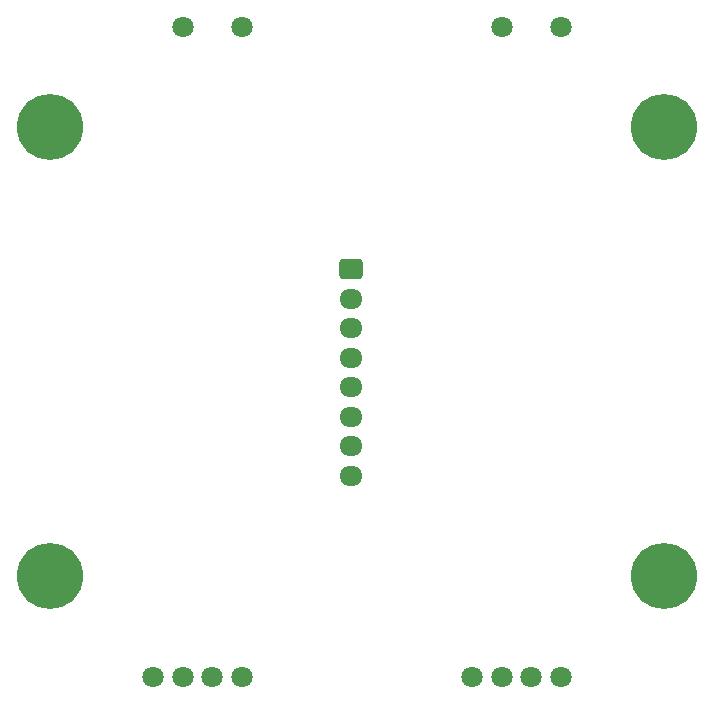
<source format=gbr>
%TF.GenerationSoftware,KiCad,Pcbnew,7.0.2-0*%
%TF.CreationDate,2024-10-30T20:33:58-04:00*%
%TF.ProjectId,2sliders,32736c69-6465-4727-932e-6b696361645f,rev?*%
%TF.SameCoordinates,Original*%
%TF.FileFunction,Soldermask,Top*%
%TF.FilePolarity,Negative*%
%FSLAX46Y46*%
G04 Gerber Fmt 4.6, Leading zero omitted, Abs format (unit mm)*
G04 Created by KiCad (PCBNEW 7.0.2-0) date 2024-10-30 20:33:58*
%MOMM*%
%LPD*%
G01*
G04 APERTURE LIST*
G04 Aperture macros list*
%AMRoundRect*
0 Rectangle with rounded corners*
0 $1 Rounding radius*
0 $2 $3 $4 $5 $6 $7 $8 $9 X,Y pos of 4 corners*
0 Add a 4 corners polygon primitive as box body*
4,1,4,$2,$3,$4,$5,$6,$7,$8,$9,$2,$3,0*
0 Add four circle primitives for the rounded corners*
1,1,$1+$1,$2,$3*
1,1,$1+$1,$4,$5*
1,1,$1+$1,$6,$7*
1,1,$1+$1,$8,$9*
0 Add four rect primitives between the rounded corners*
20,1,$1+$1,$2,$3,$4,$5,0*
20,1,$1+$1,$4,$5,$6,$7,0*
20,1,$1+$1,$6,$7,$8,$9,0*
20,1,$1+$1,$8,$9,$2,$3,0*%
G04 Aperture macros list end*
%ADD10C,5.600000*%
%ADD11C,1.800000*%
%ADD12RoundRect,0.250000X-0.725000X0.600000X-0.725000X-0.600000X0.725000X-0.600000X0.725000X0.600000X0*%
%ADD13O,1.950000X1.700000*%
G04 APERTURE END LIST*
D10*
%TO.C,H4*%
X56500000Y11500000D03*
%TD*%
%TO.C,H2*%
X4500000Y11500000D03*
%TD*%
D11*
%TO.C,R1*%
X42750000Y3000000D03*
X40250000Y3000000D03*
X42750000Y58000000D03*
X47750000Y58000000D03*
X47750000Y3000000D03*
X45250000Y3000000D03*
%TD*%
D10*
%TO.C,H3*%
X56500000Y49500000D03*
%TD*%
D11*
%TO.C,R2*%
X15750000Y3000000D03*
X13250000Y3000000D03*
X15750000Y58000000D03*
X20750000Y58000000D03*
X20750000Y3000000D03*
X18250000Y3000000D03*
%TD*%
D10*
%TO.C,H1*%
X4500000Y49500000D03*
%TD*%
D12*
%TO.C,J2*%
X30000000Y37500000D03*
D13*
X30000000Y35000000D03*
X30000000Y32500000D03*
X30000000Y30000000D03*
X30000000Y27500000D03*
X30000000Y25000000D03*
X30000000Y22500000D03*
X30000000Y20000000D03*
%TD*%
M02*

</source>
